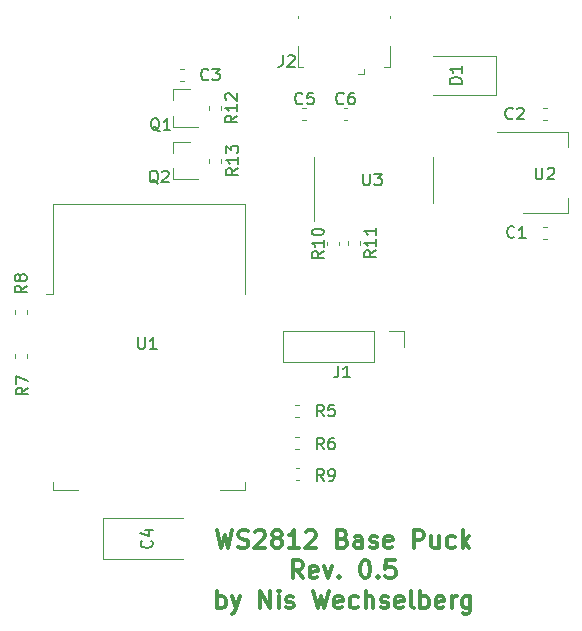
<source format=gbr>
%TF.GenerationSoftware,KiCad,Pcbnew,5.1.6-c6e7f7d~87~ubuntu20.04.1*%
%TF.CreationDate,2020-07-30T14:09:28+02:00*%
%TF.ProjectId,ESP8266-WS2812-Puck,45535038-3236-4362-9d57-53323831322d,rev?*%
%TF.SameCoordinates,Original*%
%TF.FileFunction,Legend,Top*%
%TF.FilePolarity,Positive*%
%FSLAX46Y46*%
G04 Gerber Fmt 4.6, Leading zero omitted, Abs format (unit mm)*
G04 Created by KiCad (PCBNEW 5.1.6-c6e7f7d~87~ubuntu20.04.1) date 2020-07-30 14:09:28*
%MOMM*%
%LPD*%
G01*
G04 APERTURE LIST*
%ADD10C,0.300000*%
%ADD11C,0.120000*%
%ADD12C,0.150000*%
G04 APERTURE END LIST*
D10*
X139145714Y-112071571D02*
X139502857Y-113571571D01*
X139788571Y-112500142D01*
X140074285Y-113571571D01*
X140431428Y-112071571D01*
X140931428Y-113500142D02*
X141145714Y-113571571D01*
X141502857Y-113571571D01*
X141645714Y-113500142D01*
X141717142Y-113428714D01*
X141788571Y-113285857D01*
X141788571Y-113143000D01*
X141717142Y-113000142D01*
X141645714Y-112928714D01*
X141502857Y-112857285D01*
X141217142Y-112785857D01*
X141074285Y-112714428D01*
X141002857Y-112643000D01*
X140931428Y-112500142D01*
X140931428Y-112357285D01*
X141002857Y-112214428D01*
X141074285Y-112143000D01*
X141217142Y-112071571D01*
X141574285Y-112071571D01*
X141788571Y-112143000D01*
X142360000Y-112214428D02*
X142431428Y-112143000D01*
X142574285Y-112071571D01*
X142931428Y-112071571D01*
X143074285Y-112143000D01*
X143145714Y-112214428D01*
X143217142Y-112357285D01*
X143217142Y-112500142D01*
X143145714Y-112714428D01*
X142288571Y-113571571D01*
X143217142Y-113571571D01*
X144074285Y-112714428D02*
X143931428Y-112643000D01*
X143860000Y-112571571D01*
X143788571Y-112428714D01*
X143788571Y-112357285D01*
X143860000Y-112214428D01*
X143931428Y-112143000D01*
X144074285Y-112071571D01*
X144360000Y-112071571D01*
X144502857Y-112143000D01*
X144574285Y-112214428D01*
X144645714Y-112357285D01*
X144645714Y-112428714D01*
X144574285Y-112571571D01*
X144502857Y-112643000D01*
X144360000Y-112714428D01*
X144074285Y-112714428D01*
X143931428Y-112785857D01*
X143860000Y-112857285D01*
X143788571Y-113000142D01*
X143788571Y-113285857D01*
X143860000Y-113428714D01*
X143931428Y-113500142D01*
X144074285Y-113571571D01*
X144360000Y-113571571D01*
X144502857Y-113500142D01*
X144574285Y-113428714D01*
X144645714Y-113285857D01*
X144645714Y-113000142D01*
X144574285Y-112857285D01*
X144502857Y-112785857D01*
X144360000Y-112714428D01*
X146074285Y-113571571D02*
X145217142Y-113571571D01*
X145645714Y-113571571D02*
X145645714Y-112071571D01*
X145502857Y-112285857D01*
X145360000Y-112428714D01*
X145217142Y-112500142D01*
X146645714Y-112214428D02*
X146717142Y-112143000D01*
X146860000Y-112071571D01*
X147217142Y-112071571D01*
X147360000Y-112143000D01*
X147431428Y-112214428D01*
X147502857Y-112357285D01*
X147502857Y-112500142D01*
X147431428Y-112714428D01*
X146574285Y-113571571D01*
X147502857Y-113571571D01*
X149788571Y-112785857D02*
X150002857Y-112857285D01*
X150074285Y-112928714D01*
X150145714Y-113071571D01*
X150145714Y-113285857D01*
X150074285Y-113428714D01*
X150002857Y-113500142D01*
X149860000Y-113571571D01*
X149288571Y-113571571D01*
X149288571Y-112071571D01*
X149788571Y-112071571D01*
X149931428Y-112143000D01*
X150002857Y-112214428D01*
X150074285Y-112357285D01*
X150074285Y-112500142D01*
X150002857Y-112643000D01*
X149931428Y-112714428D01*
X149788571Y-112785857D01*
X149288571Y-112785857D01*
X151431428Y-113571571D02*
X151431428Y-112785857D01*
X151360000Y-112643000D01*
X151217142Y-112571571D01*
X150931428Y-112571571D01*
X150788571Y-112643000D01*
X151431428Y-113500142D02*
X151288571Y-113571571D01*
X150931428Y-113571571D01*
X150788571Y-113500142D01*
X150717142Y-113357285D01*
X150717142Y-113214428D01*
X150788571Y-113071571D01*
X150931428Y-113000142D01*
X151288571Y-113000142D01*
X151431428Y-112928714D01*
X152074285Y-113500142D02*
X152217142Y-113571571D01*
X152502857Y-113571571D01*
X152645714Y-113500142D01*
X152717142Y-113357285D01*
X152717142Y-113285857D01*
X152645714Y-113143000D01*
X152502857Y-113071571D01*
X152288571Y-113071571D01*
X152145714Y-113000142D01*
X152074285Y-112857285D01*
X152074285Y-112785857D01*
X152145714Y-112643000D01*
X152288571Y-112571571D01*
X152502857Y-112571571D01*
X152645714Y-112643000D01*
X153931428Y-113500142D02*
X153788571Y-113571571D01*
X153502857Y-113571571D01*
X153360000Y-113500142D01*
X153288571Y-113357285D01*
X153288571Y-112785857D01*
X153360000Y-112643000D01*
X153502857Y-112571571D01*
X153788571Y-112571571D01*
X153931428Y-112643000D01*
X154002857Y-112785857D01*
X154002857Y-112928714D01*
X153288571Y-113071571D01*
X155788571Y-113571571D02*
X155788571Y-112071571D01*
X156360000Y-112071571D01*
X156502857Y-112143000D01*
X156574285Y-112214428D01*
X156645714Y-112357285D01*
X156645714Y-112571571D01*
X156574285Y-112714428D01*
X156502857Y-112785857D01*
X156360000Y-112857285D01*
X155788571Y-112857285D01*
X157931428Y-112571571D02*
X157931428Y-113571571D01*
X157288571Y-112571571D02*
X157288571Y-113357285D01*
X157360000Y-113500142D01*
X157502857Y-113571571D01*
X157717142Y-113571571D01*
X157860000Y-113500142D01*
X157931428Y-113428714D01*
X159288571Y-113500142D02*
X159145714Y-113571571D01*
X158860000Y-113571571D01*
X158717142Y-113500142D01*
X158645714Y-113428714D01*
X158574285Y-113285857D01*
X158574285Y-112857285D01*
X158645714Y-112714428D01*
X158717142Y-112643000D01*
X158860000Y-112571571D01*
X159145714Y-112571571D01*
X159288571Y-112643000D01*
X159931428Y-113571571D02*
X159931428Y-112071571D01*
X160074285Y-113000142D02*
X160502857Y-113571571D01*
X160502857Y-112571571D02*
X159931428Y-113143000D01*
X146395714Y-116121571D02*
X145895714Y-115407285D01*
X145538571Y-116121571D02*
X145538571Y-114621571D01*
X146110000Y-114621571D01*
X146252857Y-114693000D01*
X146324285Y-114764428D01*
X146395714Y-114907285D01*
X146395714Y-115121571D01*
X146324285Y-115264428D01*
X146252857Y-115335857D01*
X146110000Y-115407285D01*
X145538571Y-115407285D01*
X147610000Y-116050142D02*
X147467142Y-116121571D01*
X147181428Y-116121571D01*
X147038571Y-116050142D01*
X146967142Y-115907285D01*
X146967142Y-115335857D01*
X147038571Y-115193000D01*
X147181428Y-115121571D01*
X147467142Y-115121571D01*
X147610000Y-115193000D01*
X147681428Y-115335857D01*
X147681428Y-115478714D01*
X146967142Y-115621571D01*
X148181428Y-115121571D02*
X148538571Y-116121571D01*
X148895714Y-115121571D01*
X149467142Y-115978714D02*
X149538571Y-116050142D01*
X149467142Y-116121571D01*
X149395714Y-116050142D01*
X149467142Y-115978714D01*
X149467142Y-116121571D01*
X151610000Y-114621571D02*
X151752857Y-114621571D01*
X151895714Y-114693000D01*
X151967142Y-114764428D01*
X152038571Y-114907285D01*
X152110000Y-115193000D01*
X152110000Y-115550142D01*
X152038571Y-115835857D01*
X151967142Y-115978714D01*
X151895714Y-116050142D01*
X151752857Y-116121571D01*
X151610000Y-116121571D01*
X151467142Y-116050142D01*
X151395714Y-115978714D01*
X151324285Y-115835857D01*
X151252857Y-115550142D01*
X151252857Y-115193000D01*
X151324285Y-114907285D01*
X151395714Y-114764428D01*
X151467142Y-114693000D01*
X151610000Y-114621571D01*
X152752857Y-115978714D02*
X152824285Y-116050142D01*
X152752857Y-116121571D01*
X152681428Y-116050142D01*
X152752857Y-115978714D01*
X152752857Y-116121571D01*
X154181428Y-114621571D02*
X153467142Y-114621571D01*
X153395714Y-115335857D01*
X153467142Y-115264428D01*
X153610000Y-115193000D01*
X153967142Y-115193000D01*
X154110000Y-115264428D01*
X154181428Y-115335857D01*
X154252857Y-115478714D01*
X154252857Y-115835857D01*
X154181428Y-115978714D01*
X154110000Y-116050142D01*
X153967142Y-116121571D01*
X153610000Y-116121571D01*
X153467142Y-116050142D01*
X153395714Y-115978714D01*
X139145714Y-118671571D02*
X139145714Y-117171571D01*
X139145714Y-117743000D02*
X139288571Y-117671571D01*
X139574285Y-117671571D01*
X139717142Y-117743000D01*
X139788571Y-117814428D01*
X139860000Y-117957285D01*
X139860000Y-118385857D01*
X139788571Y-118528714D01*
X139717142Y-118600142D01*
X139574285Y-118671571D01*
X139288571Y-118671571D01*
X139145714Y-118600142D01*
X140360000Y-117671571D02*
X140717142Y-118671571D01*
X141074285Y-117671571D02*
X140717142Y-118671571D01*
X140574285Y-119028714D01*
X140502857Y-119100142D01*
X140360000Y-119171571D01*
X142788571Y-118671571D02*
X142788571Y-117171571D01*
X143645714Y-118671571D01*
X143645714Y-117171571D01*
X144360000Y-118671571D02*
X144360000Y-117671571D01*
X144360000Y-117171571D02*
X144288571Y-117243000D01*
X144360000Y-117314428D01*
X144431428Y-117243000D01*
X144360000Y-117171571D01*
X144360000Y-117314428D01*
X145002857Y-118600142D02*
X145145714Y-118671571D01*
X145431428Y-118671571D01*
X145574285Y-118600142D01*
X145645714Y-118457285D01*
X145645714Y-118385857D01*
X145574285Y-118243000D01*
X145431428Y-118171571D01*
X145217142Y-118171571D01*
X145074285Y-118100142D01*
X145002857Y-117957285D01*
X145002857Y-117885857D01*
X145074285Y-117743000D01*
X145217142Y-117671571D01*
X145431428Y-117671571D01*
X145574285Y-117743000D01*
X147288571Y-117171571D02*
X147645714Y-118671571D01*
X147931428Y-117600142D01*
X148217142Y-118671571D01*
X148574285Y-117171571D01*
X149717142Y-118600142D02*
X149574285Y-118671571D01*
X149288571Y-118671571D01*
X149145714Y-118600142D01*
X149074285Y-118457285D01*
X149074285Y-117885857D01*
X149145714Y-117743000D01*
X149288571Y-117671571D01*
X149574285Y-117671571D01*
X149717142Y-117743000D01*
X149788571Y-117885857D01*
X149788571Y-118028714D01*
X149074285Y-118171571D01*
X151074285Y-118600142D02*
X150931428Y-118671571D01*
X150645714Y-118671571D01*
X150502857Y-118600142D01*
X150431428Y-118528714D01*
X150360000Y-118385857D01*
X150360000Y-117957285D01*
X150431428Y-117814428D01*
X150502857Y-117743000D01*
X150645714Y-117671571D01*
X150931428Y-117671571D01*
X151074285Y-117743000D01*
X151717142Y-118671571D02*
X151717142Y-117171571D01*
X152360000Y-118671571D02*
X152360000Y-117885857D01*
X152288571Y-117743000D01*
X152145714Y-117671571D01*
X151931428Y-117671571D01*
X151788571Y-117743000D01*
X151717142Y-117814428D01*
X153002857Y-118600142D02*
X153145714Y-118671571D01*
X153431428Y-118671571D01*
X153574285Y-118600142D01*
X153645714Y-118457285D01*
X153645714Y-118385857D01*
X153574285Y-118243000D01*
X153431428Y-118171571D01*
X153217142Y-118171571D01*
X153074285Y-118100142D01*
X153002857Y-117957285D01*
X153002857Y-117885857D01*
X153074285Y-117743000D01*
X153217142Y-117671571D01*
X153431428Y-117671571D01*
X153574285Y-117743000D01*
X154860000Y-118600142D02*
X154717142Y-118671571D01*
X154431428Y-118671571D01*
X154288571Y-118600142D01*
X154217142Y-118457285D01*
X154217142Y-117885857D01*
X154288571Y-117743000D01*
X154431428Y-117671571D01*
X154717142Y-117671571D01*
X154860000Y-117743000D01*
X154931428Y-117885857D01*
X154931428Y-118028714D01*
X154217142Y-118171571D01*
X155788571Y-118671571D02*
X155645714Y-118600142D01*
X155574285Y-118457285D01*
X155574285Y-117171571D01*
X156360000Y-118671571D02*
X156360000Y-117171571D01*
X156360000Y-117743000D02*
X156502857Y-117671571D01*
X156788571Y-117671571D01*
X156931428Y-117743000D01*
X157002857Y-117814428D01*
X157074285Y-117957285D01*
X157074285Y-118385857D01*
X157002857Y-118528714D01*
X156931428Y-118600142D01*
X156788571Y-118671571D01*
X156502857Y-118671571D01*
X156360000Y-118600142D01*
X158288571Y-118600142D02*
X158145714Y-118671571D01*
X157860000Y-118671571D01*
X157717142Y-118600142D01*
X157645714Y-118457285D01*
X157645714Y-117885857D01*
X157717142Y-117743000D01*
X157860000Y-117671571D01*
X158145714Y-117671571D01*
X158288571Y-117743000D01*
X158360000Y-117885857D01*
X158360000Y-118028714D01*
X157645714Y-118171571D01*
X159002857Y-118671571D02*
X159002857Y-117671571D01*
X159002857Y-117957285D02*
X159074285Y-117814428D01*
X159145714Y-117743000D01*
X159288571Y-117671571D01*
X159431428Y-117671571D01*
X160574285Y-117671571D02*
X160574285Y-118885857D01*
X160502857Y-119028714D01*
X160431428Y-119100142D01*
X160288571Y-119171571D01*
X160074285Y-119171571D01*
X159931428Y-119100142D01*
X160574285Y-118600142D02*
X160431428Y-118671571D01*
X160145714Y-118671571D01*
X160002857Y-118600142D01*
X159931428Y-118528714D01*
X159860000Y-118385857D01*
X159860000Y-117957285D01*
X159931428Y-117814428D01*
X160002857Y-117743000D01*
X160145714Y-117671571D01*
X160431428Y-117671571D01*
X160574285Y-117743000D01*
D11*
%TO.C,J2*%
X151560000Y-73432500D02*
X151560000Y-72982500D01*
X151560000Y-73432500D02*
X151110000Y-73432500D01*
X145960000Y-72882500D02*
X146410000Y-72882500D01*
X145960000Y-71032500D02*
X145960000Y-72882500D01*
X153760000Y-68482500D02*
X153760000Y-68732500D01*
X145960000Y-68482500D02*
X145960000Y-68732500D01*
X153760000Y-71032500D02*
X153760000Y-72882500D01*
X153760000Y-72882500D02*
X153310000Y-72882500D01*
%TO.C,U1*%
X125230000Y-92020000D02*
X124620000Y-92020000D01*
X125230000Y-92020000D02*
X125230000Y-84400000D01*
X125230000Y-108640000D02*
X125230000Y-108020000D01*
X127350000Y-108640000D02*
X125230000Y-108640000D01*
X141470000Y-108640000D02*
X139350000Y-108640000D01*
X141470000Y-108020000D02*
X141470000Y-108640000D01*
X141470000Y-84400000D02*
X141470000Y-92020000D01*
X125230000Y-84400000D02*
X141470000Y-84400000D01*
%TO.C,U2*%
X162803000Y-78378000D02*
X168813000Y-78378000D01*
X165053000Y-85198000D02*
X168813000Y-85198000D01*
X168813000Y-78378000D02*
X168813000Y-79638000D01*
X168813000Y-85198000D02*
X168813000Y-83938000D01*
%TO.C,U3*%
X147340000Y-82423000D02*
X147340000Y-85873000D01*
X147340000Y-82423000D02*
X147340000Y-80473000D01*
X157460000Y-82423000D02*
X157460000Y-84373000D01*
X157460000Y-82423000D02*
X157460000Y-80473000D01*
%TO.C,C1*%
X166715221Y-86358000D02*
X167040779Y-86358000D01*
X166715221Y-87378000D02*
X167040779Y-87378000D01*
%TO.C,C2*%
X167066279Y-76325000D02*
X166740721Y-76325000D01*
X167066279Y-77345000D02*
X166740721Y-77345000D01*
%TO.C,C3*%
X135981221Y-73023000D02*
X136306779Y-73023000D01*
X135981221Y-74043000D02*
X136306779Y-74043000D01*
%TO.C,C4*%
X136223000Y-111066000D02*
X129463000Y-111066000D01*
X129463000Y-111066000D02*
X129463000Y-114486000D01*
X129463000Y-114486000D02*
X136223000Y-114486000D01*
%TO.C,C5*%
X146695279Y-76325000D02*
X146369721Y-76325000D01*
X146695279Y-77345000D02*
X146369721Y-77345000D01*
%TO.C,C6*%
X149849721Y-76325000D02*
X150175279Y-76325000D01*
X149849721Y-77345000D02*
X150175279Y-77345000D01*
%TO.C,D1*%
X162785000Y-75183000D02*
X162785000Y-71883000D01*
X162785000Y-71883000D02*
X157385000Y-71883000D01*
X162785000Y-75183000D02*
X157385000Y-75183000D01*
%TO.C,Q1*%
X135384000Y-74747000D02*
X135384000Y-75677000D01*
X135384000Y-77907000D02*
X135384000Y-76977000D01*
X135384000Y-77907000D02*
X137544000Y-77907000D01*
X135384000Y-74747000D02*
X136844000Y-74747000D01*
%TO.C,Q2*%
X135384000Y-79192000D02*
X136844000Y-79192000D01*
X135384000Y-82352000D02*
X137544000Y-82352000D01*
X135384000Y-82352000D02*
X135384000Y-81422000D01*
X135384000Y-79192000D02*
X135384000Y-80122000D01*
%TO.C,R5*%
X145760221Y-101471000D02*
X146085779Y-101471000D01*
X145760221Y-102491000D02*
X146085779Y-102491000D01*
%TO.C,R6*%
X145774221Y-104138000D02*
X146099779Y-104138000D01*
X145774221Y-105158000D02*
X146099779Y-105158000D01*
%TO.C,R7*%
X123065000Y-97470279D02*
X123065000Y-97144721D01*
X122045000Y-97470279D02*
X122045000Y-97144721D01*
%TO.C,R8*%
X123065000Y-93436221D02*
X123065000Y-93761779D01*
X122045000Y-93436221D02*
X122045000Y-93761779D01*
%TO.C,R9*%
X145785721Y-107825000D02*
X146111279Y-107825000D01*
X145785721Y-106805000D02*
X146111279Y-106805000D01*
%TO.C,R10*%
X148461000Y-87945279D02*
X148461000Y-87619721D01*
X149481000Y-87945279D02*
X149481000Y-87619721D01*
%TO.C,R11*%
X151259000Y-87919779D02*
X151259000Y-87594221D01*
X150239000Y-87919779D02*
X150239000Y-87594221D01*
%TO.C,R12*%
X139448000Y-76164221D02*
X139448000Y-76489779D01*
X138428000Y-76164221D02*
X138428000Y-76489779D01*
%TO.C,R13*%
X138428000Y-80609221D02*
X138428000Y-80934779D01*
X139448000Y-80609221D02*
X139448000Y-80934779D01*
%TO.C,J1*%
X155000000Y-95190000D02*
X155000000Y-96520000D01*
X153670000Y-95190000D02*
X155000000Y-95190000D01*
X152400000Y-95190000D02*
X152400000Y-97850000D01*
X152400000Y-97850000D02*
X144720000Y-97850000D01*
X152400000Y-95190000D02*
X144720000Y-95190000D01*
X144720000Y-95190000D02*
X144720000Y-97850000D01*
%TO.C,J2*%
D12*
X144700666Y-71842380D02*
X144700666Y-72556666D01*
X144653047Y-72699523D01*
X144557809Y-72794761D01*
X144414952Y-72842380D01*
X144319714Y-72842380D01*
X145129238Y-71937619D02*
X145176857Y-71890000D01*
X145272095Y-71842380D01*
X145510190Y-71842380D01*
X145605428Y-71890000D01*
X145653047Y-71937619D01*
X145700666Y-72032857D01*
X145700666Y-72128095D01*
X145653047Y-72270952D01*
X145081619Y-72842380D01*
X145700666Y-72842380D01*
%TO.C,U1*%
X132461095Y-95718380D02*
X132461095Y-96527904D01*
X132508714Y-96623142D01*
X132556333Y-96670761D01*
X132651571Y-96718380D01*
X132842047Y-96718380D01*
X132937285Y-96670761D01*
X132984904Y-96623142D01*
X133032523Y-96527904D01*
X133032523Y-95718380D01*
X134032523Y-96718380D02*
X133461095Y-96718380D01*
X133746809Y-96718380D02*
X133746809Y-95718380D01*
X133651571Y-95861238D01*
X133556333Y-95956476D01*
X133461095Y-96004095D01*
%TO.C,U2*%
X166116095Y-81367380D02*
X166116095Y-82176904D01*
X166163714Y-82272142D01*
X166211333Y-82319761D01*
X166306571Y-82367380D01*
X166497047Y-82367380D01*
X166592285Y-82319761D01*
X166639904Y-82272142D01*
X166687523Y-82176904D01*
X166687523Y-81367380D01*
X167116095Y-81462619D02*
X167163714Y-81415000D01*
X167258952Y-81367380D01*
X167497047Y-81367380D01*
X167592285Y-81415000D01*
X167639904Y-81462619D01*
X167687523Y-81557857D01*
X167687523Y-81653095D01*
X167639904Y-81795952D01*
X167068476Y-82367380D01*
X167687523Y-82367380D01*
%TO.C,U3*%
X151511095Y-81875380D02*
X151511095Y-82684904D01*
X151558714Y-82780142D01*
X151606333Y-82827761D01*
X151701571Y-82875380D01*
X151892047Y-82875380D01*
X151987285Y-82827761D01*
X152034904Y-82780142D01*
X152082523Y-82684904D01*
X152082523Y-81875380D01*
X152463476Y-81875380D02*
X153082523Y-81875380D01*
X152749190Y-82256333D01*
X152892047Y-82256333D01*
X152987285Y-82303952D01*
X153034904Y-82351571D01*
X153082523Y-82446809D01*
X153082523Y-82684904D01*
X153034904Y-82780142D01*
X152987285Y-82827761D01*
X152892047Y-82875380D01*
X152606333Y-82875380D01*
X152511095Y-82827761D01*
X152463476Y-82780142D01*
%TO.C,C1*%
X164298333Y-87225142D02*
X164250714Y-87272761D01*
X164107857Y-87320380D01*
X164012619Y-87320380D01*
X163869761Y-87272761D01*
X163774523Y-87177523D01*
X163726904Y-87082285D01*
X163679285Y-86891809D01*
X163679285Y-86748952D01*
X163726904Y-86558476D01*
X163774523Y-86463238D01*
X163869761Y-86368000D01*
X164012619Y-86320380D01*
X164107857Y-86320380D01*
X164250714Y-86368000D01*
X164298333Y-86415619D01*
X165250714Y-87320380D02*
X164679285Y-87320380D01*
X164965000Y-87320380D02*
X164965000Y-86320380D01*
X164869761Y-86463238D01*
X164774523Y-86558476D01*
X164679285Y-86606095D01*
%TO.C,C2*%
X164171333Y-77192142D02*
X164123714Y-77239761D01*
X163980857Y-77287380D01*
X163885619Y-77287380D01*
X163742761Y-77239761D01*
X163647523Y-77144523D01*
X163599904Y-77049285D01*
X163552285Y-76858809D01*
X163552285Y-76715952D01*
X163599904Y-76525476D01*
X163647523Y-76430238D01*
X163742761Y-76335000D01*
X163885619Y-76287380D01*
X163980857Y-76287380D01*
X164123714Y-76335000D01*
X164171333Y-76382619D01*
X164552285Y-76382619D02*
X164599904Y-76335000D01*
X164695142Y-76287380D01*
X164933238Y-76287380D01*
X165028476Y-76335000D01*
X165076095Y-76382619D01*
X165123714Y-76477857D01*
X165123714Y-76573095D01*
X165076095Y-76715952D01*
X164504666Y-77287380D01*
X165123714Y-77287380D01*
%TO.C,C3*%
X138390333Y-73890142D02*
X138342714Y-73937761D01*
X138199857Y-73985380D01*
X138104619Y-73985380D01*
X137961761Y-73937761D01*
X137866523Y-73842523D01*
X137818904Y-73747285D01*
X137771285Y-73556809D01*
X137771285Y-73413952D01*
X137818904Y-73223476D01*
X137866523Y-73128238D01*
X137961761Y-73033000D01*
X138104619Y-72985380D01*
X138199857Y-72985380D01*
X138342714Y-73033000D01*
X138390333Y-73080619D01*
X138723666Y-72985380D02*
X139342714Y-72985380D01*
X139009380Y-73366333D01*
X139152238Y-73366333D01*
X139247476Y-73413952D01*
X139295095Y-73461571D01*
X139342714Y-73556809D01*
X139342714Y-73794904D01*
X139295095Y-73890142D01*
X139247476Y-73937761D01*
X139152238Y-73985380D01*
X138866523Y-73985380D01*
X138771285Y-73937761D01*
X138723666Y-73890142D01*
%TO.C,C4*%
X133580142Y-112942666D02*
X133627761Y-112990285D01*
X133675380Y-113133142D01*
X133675380Y-113228380D01*
X133627761Y-113371238D01*
X133532523Y-113466476D01*
X133437285Y-113514095D01*
X133246809Y-113561714D01*
X133103952Y-113561714D01*
X132913476Y-113514095D01*
X132818238Y-113466476D01*
X132723000Y-113371238D01*
X132675380Y-113228380D01*
X132675380Y-113133142D01*
X132723000Y-112990285D01*
X132770619Y-112942666D01*
X133008714Y-112085523D02*
X133675380Y-112085523D01*
X132627761Y-112323619D02*
X133342047Y-112561714D01*
X133342047Y-111942666D01*
%TO.C,C5*%
X146365833Y-75922142D02*
X146318214Y-75969761D01*
X146175357Y-76017380D01*
X146080119Y-76017380D01*
X145937261Y-75969761D01*
X145842023Y-75874523D01*
X145794404Y-75779285D01*
X145746785Y-75588809D01*
X145746785Y-75445952D01*
X145794404Y-75255476D01*
X145842023Y-75160238D01*
X145937261Y-75065000D01*
X146080119Y-75017380D01*
X146175357Y-75017380D01*
X146318214Y-75065000D01*
X146365833Y-75112619D01*
X147270595Y-75017380D02*
X146794404Y-75017380D01*
X146746785Y-75493571D01*
X146794404Y-75445952D01*
X146889642Y-75398333D01*
X147127738Y-75398333D01*
X147222976Y-75445952D01*
X147270595Y-75493571D01*
X147318214Y-75588809D01*
X147318214Y-75826904D01*
X147270595Y-75922142D01*
X147222976Y-75969761D01*
X147127738Y-76017380D01*
X146889642Y-76017380D01*
X146794404Y-75969761D01*
X146746785Y-75922142D01*
%TO.C,C6*%
X149845833Y-75922142D02*
X149798214Y-75969761D01*
X149655357Y-76017380D01*
X149560119Y-76017380D01*
X149417261Y-75969761D01*
X149322023Y-75874523D01*
X149274404Y-75779285D01*
X149226785Y-75588809D01*
X149226785Y-75445952D01*
X149274404Y-75255476D01*
X149322023Y-75160238D01*
X149417261Y-75065000D01*
X149560119Y-75017380D01*
X149655357Y-75017380D01*
X149798214Y-75065000D01*
X149845833Y-75112619D01*
X150702976Y-75017380D02*
X150512500Y-75017380D01*
X150417261Y-75065000D01*
X150369642Y-75112619D01*
X150274404Y-75255476D01*
X150226785Y-75445952D01*
X150226785Y-75826904D01*
X150274404Y-75922142D01*
X150322023Y-75969761D01*
X150417261Y-76017380D01*
X150607738Y-76017380D01*
X150702976Y-75969761D01*
X150750595Y-75922142D01*
X150798214Y-75826904D01*
X150798214Y-75588809D01*
X150750595Y-75493571D01*
X150702976Y-75445952D01*
X150607738Y-75398333D01*
X150417261Y-75398333D01*
X150322023Y-75445952D01*
X150274404Y-75493571D01*
X150226785Y-75588809D01*
%TO.C,D1*%
X159837380Y-74271095D02*
X158837380Y-74271095D01*
X158837380Y-74033000D01*
X158885000Y-73890142D01*
X158980238Y-73794904D01*
X159075476Y-73747285D01*
X159265952Y-73699666D01*
X159408809Y-73699666D01*
X159599285Y-73747285D01*
X159694523Y-73794904D01*
X159789761Y-73890142D01*
X159837380Y-74033000D01*
X159837380Y-74271095D01*
X159837380Y-72747285D02*
X159837380Y-73318714D01*
X159837380Y-73033000D02*
X158837380Y-73033000D01*
X158980238Y-73128238D01*
X159075476Y-73223476D01*
X159123095Y-73318714D01*
%TO.C,Q1*%
X134270761Y-78271619D02*
X134175523Y-78224000D01*
X134080285Y-78128761D01*
X133937428Y-77985904D01*
X133842190Y-77938285D01*
X133746952Y-77938285D01*
X133794571Y-78176380D02*
X133699333Y-78128761D01*
X133604095Y-78033523D01*
X133556476Y-77843047D01*
X133556476Y-77509714D01*
X133604095Y-77319238D01*
X133699333Y-77224000D01*
X133794571Y-77176380D01*
X133985047Y-77176380D01*
X134080285Y-77224000D01*
X134175523Y-77319238D01*
X134223142Y-77509714D01*
X134223142Y-77843047D01*
X134175523Y-78033523D01*
X134080285Y-78128761D01*
X133985047Y-78176380D01*
X133794571Y-78176380D01*
X135175523Y-78176380D02*
X134604095Y-78176380D01*
X134889809Y-78176380D02*
X134889809Y-77176380D01*
X134794571Y-77319238D01*
X134699333Y-77414476D01*
X134604095Y-77462095D01*
%TO.C,Q2*%
X134143761Y-82716619D02*
X134048523Y-82669000D01*
X133953285Y-82573761D01*
X133810428Y-82430904D01*
X133715190Y-82383285D01*
X133619952Y-82383285D01*
X133667571Y-82621380D02*
X133572333Y-82573761D01*
X133477095Y-82478523D01*
X133429476Y-82288047D01*
X133429476Y-81954714D01*
X133477095Y-81764238D01*
X133572333Y-81669000D01*
X133667571Y-81621380D01*
X133858047Y-81621380D01*
X133953285Y-81669000D01*
X134048523Y-81764238D01*
X134096142Y-81954714D01*
X134096142Y-82288047D01*
X134048523Y-82478523D01*
X133953285Y-82573761D01*
X133858047Y-82621380D01*
X133667571Y-82621380D01*
X134477095Y-81716619D02*
X134524714Y-81669000D01*
X134619952Y-81621380D01*
X134858047Y-81621380D01*
X134953285Y-81669000D01*
X135000904Y-81716619D01*
X135048523Y-81811857D01*
X135048523Y-81907095D01*
X135000904Y-82049952D01*
X134429476Y-82621380D01*
X135048523Y-82621380D01*
%TO.C,R5*%
X148169333Y-102433380D02*
X147836000Y-101957190D01*
X147597904Y-102433380D02*
X147597904Y-101433380D01*
X147978857Y-101433380D01*
X148074095Y-101481000D01*
X148121714Y-101528619D01*
X148169333Y-101623857D01*
X148169333Y-101766714D01*
X148121714Y-101861952D01*
X148074095Y-101909571D01*
X147978857Y-101957190D01*
X147597904Y-101957190D01*
X149074095Y-101433380D02*
X148597904Y-101433380D01*
X148550285Y-101909571D01*
X148597904Y-101861952D01*
X148693142Y-101814333D01*
X148931238Y-101814333D01*
X149026476Y-101861952D01*
X149074095Y-101909571D01*
X149121714Y-102004809D01*
X149121714Y-102242904D01*
X149074095Y-102338142D01*
X149026476Y-102385761D01*
X148931238Y-102433380D01*
X148693142Y-102433380D01*
X148597904Y-102385761D01*
X148550285Y-102338142D01*
%TO.C,R6*%
X148169333Y-105227380D02*
X147836000Y-104751190D01*
X147597904Y-105227380D02*
X147597904Y-104227380D01*
X147978857Y-104227380D01*
X148074095Y-104275000D01*
X148121714Y-104322619D01*
X148169333Y-104417857D01*
X148169333Y-104560714D01*
X148121714Y-104655952D01*
X148074095Y-104703571D01*
X147978857Y-104751190D01*
X147597904Y-104751190D01*
X149026476Y-104227380D02*
X148836000Y-104227380D01*
X148740761Y-104275000D01*
X148693142Y-104322619D01*
X148597904Y-104465476D01*
X148550285Y-104655952D01*
X148550285Y-105036904D01*
X148597904Y-105132142D01*
X148645523Y-105179761D01*
X148740761Y-105227380D01*
X148931238Y-105227380D01*
X149026476Y-105179761D01*
X149074095Y-105132142D01*
X149121714Y-105036904D01*
X149121714Y-104798809D01*
X149074095Y-104703571D01*
X149026476Y-104655952D01*
X148931238Y-104608333D01*
X148740761Y-104608333D01*
X148645523Y-104655952D01*
X148597904Y-104703571D01*
X148550285Y-104798809D01*
%TO.C,R7*%
X123134380Y-99988666D02*
X122658190Y-100322000D01*
X123134380Y-100560095D02*
X122134380Y-100560095D01*
X122134380Y-100179142D01*
X122182000Y-100083904D01*
X122229619Y-100036285D01*
X122324857Y-99988666D01*
X122467714Y-99988666D01*
X122562952Y-100036285D01*
X122610571Y-100083904D01*
X122658190Y-100179142D01*
X122658190Y-100560095D01*
X122134380Y-99655333D02*
X122134380Y-98988666D01*
X123134380Y-99417238D01*
%TO.C,R8*%
X123007380Y-91352666D02*
X122531190Y-91686000D01*
X123007380Y-91924095D02*
X122007380Y-91924095D01*
X122007380Y-91543142D01*
X122055000Y-91447904D01*
X122102619Y-91400285D01*
X122197857Y-91352666D01*
X122340714Y-91352666D01*
X122435952Y-91400285D01*
X122483571Y-91447904D01*
X122531190Y-91543142D01*
X122531190Y-91924095D01*
X122435952Y-90781238D02*
X122388333Y-90876476D01*
X122340714Y-90924095D01*
X122245476Y-90971714D01*
X122197857Y-90971714D01*
X122102619Y-90924095D01*
X122055000Y-90876476D01*
X122007380Y-90781238D01*
X122007380Y-90590761D01*
X122055000Y-90495523D01*
X122102619Y-90447904D01*
X122197857Y-90400285D01*
X122245476Y-90400285D01*
X122340714Y-90447904D01*
X122388333Y-90495523D01*
X122435952Y-90590761D01*
X122435952Y-90781238D01*
X122483571Y-90876476D01*
X122531190Y-90924095D01*
X122626428Y-90971714D01*
X122816904Y-90971714D01*
X122912142Y-90924095D01*
X122959761Y-90876476D01*
X123007380Y-90781238D01*
X123007380Y-90590761D01*
X122959761Y-90495523D01*
X122912142Y-90447904D01*
X122816904Y-90400285D01*
X122626428Y-90400285D01*
X122531190Y-90447904D01*
X122483571Y-90495523D01*
X122435952Y-90590761D01*
%TO.C,R9*%
X148169333Y-107894380D02*
X147836000Y-107418190D01*
X147597904Y-107894380D02*
X147597904Y-106894380D01*
X147978857Y-106894380D01*
X148074095Y-106942000D01*
X148121714Y-106989619D01*
X148169333Y-107084857D01*
X148169333Y-107227714D01*
X148121714Y-107322952D01*
X148074095Y-107370571D01*
X147978857Y-107418190D01*
X147597904Y-107418190D01*
X148645523Y-107894380D02*
X148836000Y-107894380D01*
X148931238Y-107846761D01*
X148978857Y-107799142D01*
X149074095Y-107656285D01*
X149121714Y-107465809D01*
X149121714Y-107084857D01*
X149074095Y-106989619D01*
X149026476Y-106942000D01*
X148931238Y-106894380D01*
X148740761Y-106894380D01*
X148645523Y-106942000D01*
X148597904Y-106989619D01*
X148550285Y-107084857D01*
X148550285Y-107322952D01*
X148597904Y-107418190D01*
X148645523Y-107465809D01*
X148740761Y-107513428D01*
X148931238Y-107513428D01*
X149026476Y-107465809D01*
X149074095Y-107418190D01*
X149121714Y-107322952D01*
%TO.C,R10*%
X148153380Y-88425357D02*
X147677190Y-88758690D01*
X148153380Y-88996785D02*
X147153380Y-88996785D01*
X147153380Y-88615833D01*
X147201000Y-88520595D01*
X147248619Y-88472976D01*
X147343857Y-88425357D01*
X147486714Y-88425357D01*
X147581952Y-88472976D01*
X147629571Y-88520595D01*
X147677190Y-88615833D01*
X147677190Y-88996785D01*
X148153380Y-87472976D02*
X148153380Y-88044404D01*
X148153380Y-87758690D02*
X147153380Y-87758690D01*
X147296238Y-87853928D01*
X147391476Y-87949166D01*
X147439095Y-88044404D01*
X147153380Y-86853928D02*
X147153380Y-86758690D01*
X147201000Y-86663452D01*
X147248619Y-86615833D01*
X147343857Y-86568214D01*
X147534333Y-86520595D01*
X147772428Y-86520595D01*
X147962904Y-86568214D01*
X148058142Y-86615833D01*
X148105761Y-86663452D01*
X148153380Y-86758690D01*
X148153380Y-86853928D01*
X148105761Y-86949166D01*
X148058142Y-86996785D01*
X147962904Y-87044404D01*
X147772428Y-87092023D01*
X147534333Y-87092023D01*
X147343857Y-87044404D01*
X147248619Y-86996785D01*
X147201000Y-86949166D01*
X147153380Y-86853928D01*
%TO.C,R11*%
X152598380Y-88374357D02*
X152122190Y-88707690D01*
X152598380Y-88945785D02*
X151598380Y-88945785D01*
X151598380Y-88564833D01*
X151646000Y-88469595D01*
X151693619Y-88421976D01*
X151788857Y-88374357D01*
X151931714Y-88374357D01*
X152026952Y-88421976D01*
X152074571Y-88469595D01*
X152122190Y-88564833D01*
X152122190Y-88945785D01*
X152598380Y-87421976D02*
X152598380Y-87993404D01*
X152598380Y-87707690D02*
X151598380Y-87707690D01*
X151741238Y-87802928D01*
X151836476Y-87898166D01*
X151884095Y-87993404D01*
X152598380Y-86469595D02*
X152598380Y-87041023D01*
X152598380Y-86755309D02*
X151598380Y-86755309D01*
X151741238Y-86850547D01*
X151836476Y-86945785D01*
X151884095Y-87041023D01*
%TO.C,R12*%
X140820380Y-76969857D02*
X140344190Y-77303190D01*
X140820380Y-77541285D02*
X139820380Y-77541285D01*
X139820380Y-77160333D01*
X139868000Y-77065095D01*
X139915619Y-77017476D01*
X140010857Y-76969857D01*
X140153714Y-76969857D01*
X140248952Y-77017476D01*
X140296571Y-77065095D01*
X140344190Y-77160333D01*
X140344190Y-77541285D01*
X140820380Y-76017476D02*
X140820380Y-76588904D01*
X140820380Y-76303190D02*
X139820380Y-76303190D01*
X139963238Y-76398428D01*
X140058476Y-76493666D01*
X140106095Y-76588904D01*
X139915619Y-75636523D02*
X139868000Y-75588904D01*
X139820380Y-75493666D01*
X139820380Y-75255571D01*
X139868000Y-75160333D01*
X139915619Y-75112714D01*
X140010857Y-75065095D01*
X140106095Y-75065095D01*
X140248952Y-75112714D01*
X140820380Y-75684142D01*
X140820380Y-75065095D01*
%TO.C,R13*%
X140914380Y-81414857D02*
X140438190Y-81748190D01*
X140914380Y-81986285D02*
X139914380Y-81986285D01*
X139914380Y-81605333D01*
X139962000Y-81510095D01*
X140009619Y-81462476D01*
X140104857Y-81414857D01*
X140247714Y-81414857D01*
X140342952Y-81462476D01*
X140390571Y-81510095D01*
X140438190Y-81605333D01*
X140438190Y-81986285D01*
X140914380Y-80462476D02*
X140914380Y-81033904D01*
X140914380Y-80748190D02*
X139914380Y-80748190D01*
X140057238Y-80843428D01*
X140152476Y-80938666D01*
X140200095Y-81033904D01*
X139914380Y-80129142D02*
X139914380Y-79510095D01*
X140295333Y-79843428D01*
X140295333Y-79700571D01*
X140342952Y-79605333D01*
X140390571Y-79557714D01*
X140485809Y-79510095D01*
X140723904Y-79510095D01*
X140819142Y-79557714D01*
X140866761Y-79605333D01*
X140914380Y-79700571D01*
X140914380Y-79986285D01*
X140866761Y-80081523D01*
X140819142Y-80129142D01*
%TO.C,J1*%
X149399666Y-98131380D02*
X149399666Y-98845666D01*
X149352047Y-98988523D01*
X149256809Y-99083761D01*
X149113952Y-99131380D01*
X149018714Y-99131380D01*
X150399666Y-99131380D02*
X149828238Y-99131380D01*
X150113952Y-99131380D02*
X150113952Y-98131380D01*
X150018714Y-98274238D01*
X149923476Y-98369476D01*
X149828238Y-98417095D01*
%TD*%
M02*

</source>
